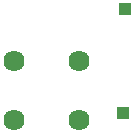
<source format=gbl>
G75*
%MOIN*%
%OFA0B0*%
%FSLAX25Y25*%
%IPPOS*%
%LPD*%
%AMOC8*
5,1,8,0,0,1.08239X$1,22.5*
%
%ADD10C,0.07028*%
%ADD11R,0.04200X0.04200*%
D10*
X0006177Y0015252D03*
X0006177Y0034937D03*
X0027949Y0034937D03*
X0027949Y0015252D03*
D11*
X0042614Y0017575D03*
X0043283Y0052181D03*
M02*

</source>
